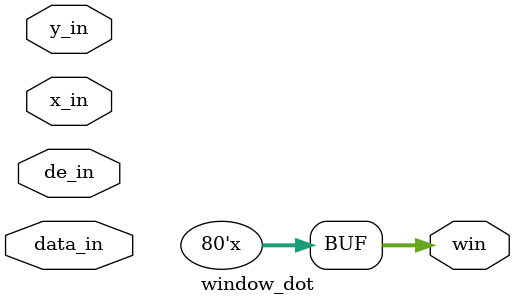
<source format=v>
module window_dot(x_in,y_in,de_in,data_in,win);
	input [9:0] x_in,y_in;
	input data_in;
	input de_in;
	output reg [79:0] win;
	
	//
	parameter end_x = 12'd1;
	parameter end_y = 12'd1;
	
	reg [79:0] win_reg;// (XY)up  down  left  right
	initial win_reg = {10'd1023,10'd1023, 10'd0,10'd0, 10'd1023,10'd1023, 10'd0,10'd0};
	
	always@(*)
	begin
		if(x_in == end_x & y_in == end_y)
		begin
			win = win_reg;
			win_reg = {10'd1023,10'd1023, 10'd0,10'd0, 10'd1023,10'd1023, 10'd0,10'd0};
		end
		else if(de_in)
			if(y_in < win_reg[69:60])
				win_reg[79:60] = {x_in,y_in};
			else if(y_in > win_reg[49:40])
				win_reg[59:40] = {x_in,y_in};
			else if(x_in > win_reg[19:10])
				win_reg[19:0] = {x_in,y_in};
			else if(x_in < win_reg[39:30])
				win_reg[39:20] = {x_in,y_in};
		else
		begin
			win_reg = win_reg;
		end
	end
	
endmodule 
</source>
